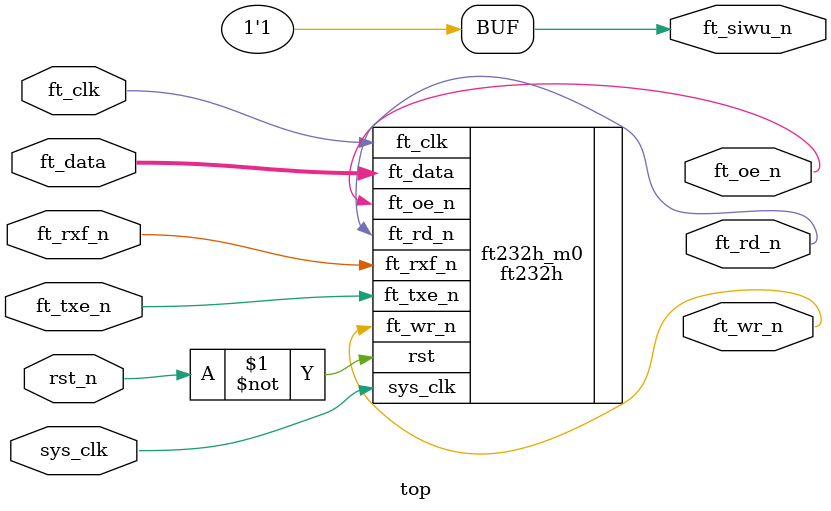
<source format=v>
module top
(
    input          sys_clk,
    input          rst_n,
	input          ft_clk,
	input          ft_rxf_n,  //Data available
	input          ft_txe_n,  //Space available
	output         ft_oe_n,
	output         ft_rd_n,
	output         ft_wr_n,
	output         ft_siwu_n,
	inout[7:0]     ft_data
);
assign ft_siwu_n = 1'b1;
ft232h ft232h_m0
(
    .sys_clk   (sys_clk ),
	.ft_clk    (ft_clk  ), 
	.rst       (~rst_n  ), 
	.ft_rxf_n  (ft_rxf_n), //Data available
	.ft_txe_n  (ft_txe_n), //Space available
	.ft_oe_n   (ft_oe_n ), 
	.ft_rd_n   (ft_rd_n ), 
	.ft_wr_n   (ft_wr_n ), 
	.ft_data   (ft_data )
);
endmodule
</source>
